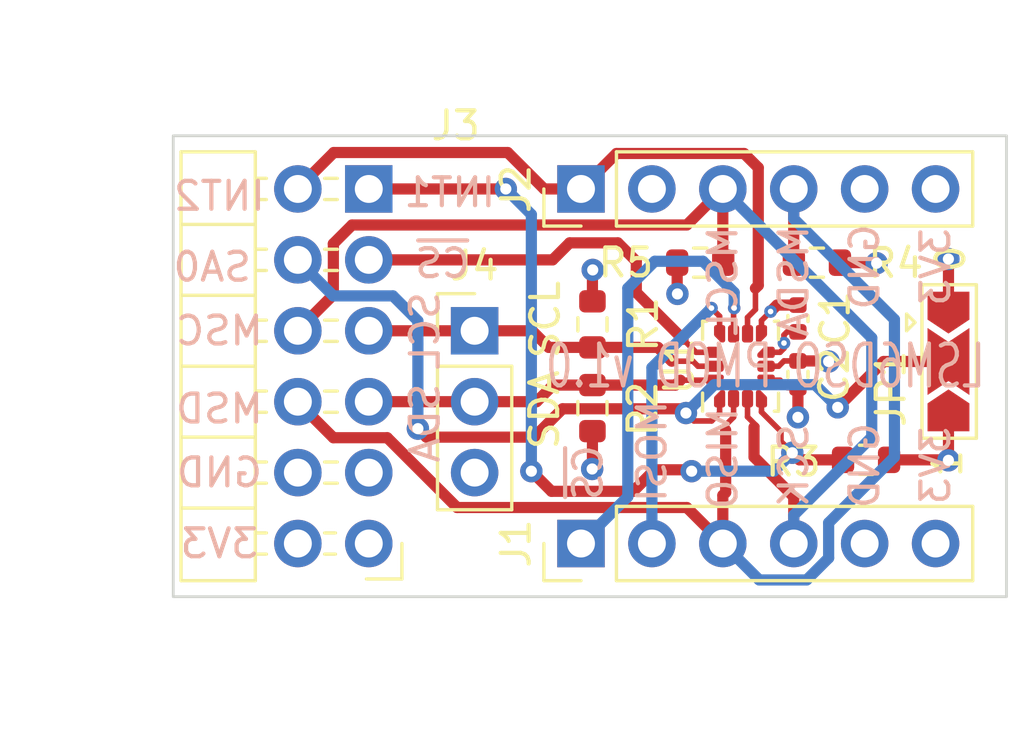
<source format=kicad_pcb>
(kicad_pcb (version 20211014) (generator pcbnew)
  (layers (0 "F.Cu" signal) (1 "In1.Cu" signal) (2 "In2.Cu" signal) (31 "B.Cu" signal) (34 "B.Paste" user) (35 "F.Paste" user) (36 "B.SilkS" user "B.Silkscreen") (37 "F.SilkS" user "F.Silkscreen") (38 "B.Mask" user) (39 "F.Mask" user) (44 "Edge.Cuts" user))
  (net 0 "")
  (net 1 "+3V3")
  (net 2 "GND")
  (net 3 "/~{AUX_CS}")
  (net 4 "/AUX_SDO")
  (net 5 "/MSDA")
  (net 6 "/MSCL")
  (net 7 "/INT2")
  (net 9 "/INT1")
  (net 10 "/~{CS}")
  (net 11 "/SCL")
  (net 12 "/SDA")
  (net 13 "/SA0")
  (footprint "Resistor_SMD:R_0603_1608Metric" (layer "F.Cu") (at 126.14 94.21 90)
    (fp_text reference "R2" (at -0.03 1.8 90) (layer "F.SilkS"))
    (fp_text value "10k")
    (fp_line (start -0.237258 0.5225) (end 0.237258 0.5225) (layer "F.SilkS") (width 0.12))
    (fp_line (start -0.237258 -0.5225) (end 0.237258 -0.5225) (layer "F.SilkS") (width 0.12))
    (pad "1" smd roundrect (at -0.825 0 90) (size 0.8 0.95) (layers "F.Cu" "F.Paste" "F.Mask") (net 1 "+3V3"))
    (pad "2" smd roundrect (at 0.825 0 90) (size 0.8 0.95) (layers "F.Cu" "F.Paste" "F.Mask") (net 12 "/SDA"))
  )
  (footprint "Capacitor_SMD:C_0402_1005Metric" (layer "F.Cu") (at 133.5 91 -90)
    (fp_text reference "C1" (at -0.01 -1.33 90) (layer "F.SilkS"))
    (fp_text value "100n")
    (fp_line (start -0.107836 0.36) (end 0.107836 0.36) (layer "F.SilkS") (width 0.12))
    (fp_line (start -0.107836 -0.36) (end 0.107836 -0.36) (layer "F.SilkS") (width 0.12))
    (pad "1" smd roundrect (at -0.48 0 270) (size 0.56 0.62) (layers "F.Cu" "F.Paste" "F.Mask") (net 1 "+3V3"))
    (pad "2" smd roundrect (at 0.48 0 270) (size 0.56 0.62) (layers "F.Cu" "F.Paste" "F.Mask") (net 2 "GND"))
  )
  (footprint "Connector_PinHeader_2.54mm:PinHeader_1x06_P2.54mm_Vertical" (layer "F.Cu") (at 125.73 99.06 90)
    (fp_text reference "J1" (at 0 -2.33 90) (layer "F.SilkS"))
    (fp_text value "Conn_01x06_Male")
    (fp_line (start -1.33 1.27) (end 1.33 1.27) (layer "F.SilkS") (width 0.12))
    (fp_line (start 1.33 1.27) (end 1.33 14.03) (layer "F.SilkS") (width 0.12))
    (fp_line (start -1.33 14.03) (end 1.33 14.03) (layer "F.SilkS") (width 0.12))
    (fp_line (start -1.33 -1.33) (end 0 -1.33) (layer "F.SilkS") (width 0.12))
    (fp_line (start -1.33 0) (end -1.33 -1.33) (layer "F.SilkS") (width 0.12))
    (fp_line (start -1.33 1.27) (end -1.33 14.03) (layer "F.SilkS") (width 0.12))
    (pad "1" thru_hole rect (at 0 0 90) (size 1.7 1.7) (drill 1) (layers *.Cu *.Mask) (net 3 "/~{AUX_CS}"))
    (pad "2" thru_hole oval (at 0 2.54 90) (size 1.7 1.7) (drill 1) (layers *.Cu *.Mask) (net 4 "/AUX_SDO"))
    (pad "3" thru_hole oval (at 0 5.08 90) (size 1.7 1.7) (drill 1) (layers *.Cu *.Mask) (net 5 "/MSDA"))
    (pad "4" thru_hole oval (at 0 7.62 90) (size 1.7 1.7) (drill 1) (layers *.Cu *.Mask) (net 6 "/MSCL"))
    (pad "5" thru_hole oval (at 0 10.16 90) (size 1.7 1.7) (drill 1) (layers *.Cu *.Mask) (net 2 "GND"))
    (pad "6" thru_hole oval (at 0 12.7 90) (size 1.7 1.7) (drill 1) (layers *.Cu *.Mask) (net 1 "+3V3"))
  )
  (footprint "Connector_PinHeader_2.54mm:PinHeader_1x06_P2.54mm_Vertical" (layer "F.Cu") (at 125.73 86.36 90)
    (fp_text reference "J2" (at 0 -2.33 90) (layer "F.SilkS"))
    (fp_text value "Conn_01x06_Male")
    (fp_line (start -1.33 1.27) (end 1.33 1.27) (layer "F.SilkS") (width 0.12))
    (fp_line (start -1.33 14.03) (end 1.33 14.03) (layer "F.SilkS") (width 0.12))
    (fp_line (start -1.33 -1.33) (end 0 -1.33) (layer "F.SilkS") (width 0.12))
    (fp_line (start -1.33 0) (end -1.33 -1.33) (layer "F.SilkS") (width 0.12))
    (fp_line (start 1.33 1.27) (end 1.33 14.03) (layer "F.SilkS") (width 0.12))
    (fp_line (start -1.33 1.27) (end -1.33 14.03) (layer "F.SilkS") (width 0.12))
    (pad "1" thru_hole rect (at 0 0 90) (size 1.7 1.7) (drill 1) (layers *.Cu *.Mask) (net 7 "/INT2"))
    (pad "2" thru_hole oval (at 0 2.54 90) (size 1.7 1.7) (drill 1) (layers *.Cu *.Mask))
    (pad "3" thru_hole oval (at 0 5.08 90) (size 1.7 1.7) (drill 1) (layers *.Cu *.Mask) (net 6 "/MSCL"))
    (pad "4" thru_hole oval (at 0 7.62 90) (size 1.7 1.7) (drill 1) (layers *.Cu *.Mask) (net 5 "/MSDA"))
    (pad "5" thru_hole oval (at 0 10.16 90) (size 1.7 1.7) (drill 1) (layers *.Cu *.Mask) (net 2 "GND"))
    (pad "6" thru_hole oval (at 0 12.7 90) (size 1.7 1.7) (drill 1) (layers *.Cu *.Mask) (net 1 "+3V3"))
  )
  (footprint "Package_LGA:LGA-14_3x2.5mm_P0.5mm_LayoutBorder3x4y" (layer "F.Cu") (at 131.445 92.71 90)
    (fp_text reference "U1" (at 0 -2.2 90) (layer "F.SilkS"))
    (fp_text value "LSM6DSO")
    (fp_line (start 0.96 1.36) (end 1.61 1.36) (layer "F.SilkS") (width 0.12))
    (fp_line (start -0.96 1.36) (end -1.61 1.36) (layer "F.SilkS") (width 0.12))
    (fp_line (start -1.61 1.36) (end -1.61 1.21) (layer "F.SilkS") (width 0.12))
    (fp_line (start 1.61 1.36) (end 1.61 1.21) (layer "F.SilkS") (width 0.12))
    (fp_line (start 0.96 -1.36) (end 1.61 -1.36) (layer "F.SilkS") (width 0.12))
    (fp_line (start 1.61 -1.36) (end 1.61 -1.21) (layer "F.SilkS") (width 0.12))
    (fp_line (start -0.96 -1.36) (end -1.61 -1.36) (layer "F.SilkS") (width 0.12))
    (pad "1" smd custom (at -1.1625 -0.75 90) (size 0.223223 0.223223) (layers "F.Cu" "F.Paste" "F.Mask") (net 13 "/SA0") (options (clearance outline) (anchor circle)) (primitives (gr_poly (pts (xy 0.2375 0.081066) (xy 0.2375 0.125) (xy -0.2375 0.125) (xy -0.2375 -0.125) (xy 0.031434 -0.125)) (width 0.15) (fill yes))))
    (pad "2" smd roundrect (at -1.1625 -0.25 90) (size 0.625 0.4) (layers "F.Cu" "F.Paste" "F.Mask") (net 5 "/MSDA"))
    (pad "3" smd roundrect (at -1.1625 0.25 90) (size 0.625 0.4) (layers "F.Cu" "F.Paste" "F.Mask") (net 6 "/MSCL"))
    (pad "4" smd custom (at -1.1625 0.75 90) (size 0.223223 0.223223) (layers "F.Cu" "F.Paste" "F.Mask") (net 9 "/INT1") (options (clearance outline) (anchor circle)) (primitives (gr_poly (pts (xy 0.2375 -0.081066) (xy 0.031434 0.125) (xy -0.2375 0.125) (xy -0.2375 -0.125) (xy 0.2375 -0.125)) (width 0.15) (fill yes))))
    (pad "5" smd custom (at -0.5 0.9125 90) (size 0.223223 0.223223) (layers "F.Cu" "F.Paste" "F.Mask") (net 1 "+3V3") (options (clearance outline) (anchor circle)) (primitives (gr_poly (pts (xy 0.125 0.2375) (xy -0.125 0.2375) (xy -0.125 -0.031434) (xy 0.081066 -0.2375) (xy 0.125 -0.2375)) (width 0.15) (fill yes))))
    (pad "6" smd roundrect (at 0 0.9125 90) (size 0.4 0.625) (layers "F.Cu" "F.Paste" "F.Mask") (net 2 "GND"))
    (pad "7" smd custom (at 0.5 0.9125 90) (size 0.223223 0.223223) (layers "F.Cu" "F.Paste" "F.Mask") (net 2 "GND") (options (clearance outline) (anchor circle)) (primitives (gr_poly (pts (xy 0.125 -0.031434) (xy 0.125 0.2375) (xy -0.125 0.2375) (xy -0.125 -0.2375) (xy -0.081066 -0.2375)) (width 0.15) (fill yes))))
    (pad "8" smd custom (at 1.1625 0.75 90) (size 0.223223 0.223223) (layers "F.Cu" "F.Paste" "F.Mask") (net 1 "+3V3") (options (clearance outline) (anchor circle)) (primitives (gr_poly (pts (xy 0.2375 0.125) (xy -0.031434 0.125) (xy -0.2375 -0.081066) (xy -0.2375 -0.125) (xy 0.2375 -0.125)) (width 0.15) (fill yes))))
    (pad "9" smd roundrect (at 1.1625 0.25 90) (size 0.625 0.4) (layers "F.Cu" "F.Paste" "F.Mask") (net 7 "/INT2"))
    (pad "10" smd roundrect (at 1.1625 -0.25 90) (size 0.625 0.4) (layers "F.Cu" "F.Paste" "F.Mask") (net 3 "/~{AUX_CS}"))
    (pad "11" smd custom (at 1.1625 -0.75 90) (size 0.223223 0.223223) (layers "F.Cu" "F.Paste" "F.Mask") (net 4 "/AUX_SDO") (options (clearance outline) (anchor circle)) (primitives (gr_poly (pts (xy 0.2375 0.125) (xy -0.2375 0.125) (xy -0.2375 0.081066) (xy -0.031434 -0.125) (xy 0.2375 -0.125)) (width 0.15) (fill yes))))
    (pad "12" smd custom (at 0.5 -0.9125 90) (size 0.223223 0.223223) (layers "F.Cu" "F.Paste" "F.Mask") (net 10 "/~{CS}") (options (clearance outline) (anchor circle)) (primitives (gr_poly (pts (xy 0.125 0.031434) (xy -0.081066 0.2375) (xy -0.125 0.2375) (xy -0.125 -0.2375) (xy 0.125 -0.2375)) (width 0.15) (fill yes))))
    (pad "13" smd roundrect (at 0 -0.9125 90) (size 0.4 0.625) (layers "F.Cu" "F.Paste" "F.Mask") (net 11 "/SCL"))
    (pad "14" smd custom (at -0.5 -0.9125 90) (size 0.223223 0.223223) (layers "F.Cu" "F.Paste" "F.Mask") (net 12 "/SDA") (options (clearance outline) (anchor circle)) (primitives (gr_poly (pts (xy 0.125 0.2375) (xy 0.081066 0.2375) (xy -0.125 0.031434) (xy -0.125 -0.2375) (xy 0.125 -0.2375)) (width 0.15) (fill yes))))
  )
  (footprint "Resistor_SMD:R_0603_1608Metric" (layer "F.Cu") (at 126.14 91.21 -90)
    (fp_text reference "R1" (at 0 -1.82 90) (layer "F.SilkS"))
    (fp_text value "10k")
    (fp_line (start -0.237258 0.5225) (end 0.237258 0.5225) (layer "F.SilkS") (width 0.12))
    (fp_line (start -0.237258 -0.5225) (end 0.237258 -0.5225) (layer "F.SilkS") (width 0.12))
    (pad "1" smd roundrect (at -0.825 0 270) (size 0.8 0.95) (layers "F.Cu" "F.Paste" "F.Mask") (net 1 "+3V3"))
    (pad "2" smd roundrect (at 0.825 0 270) (size 0.8 0.95) (layers "F.Cu" "F.Paste" "F.Mask") (net 11 "/SCL"))
  )
  (footprint "Resistor_SMD:R_0603_1608Metric" (layer "F.Cu") (at 130 89)
    (fp_text reference "R5" (at -2.66 0) (layer "F.SilkS"))
    (fp_text value "10k")
    (fp_line (start -0.237258 -0.5225) (end 0.237258 -0.5225) (layer "F.SilkS") (width 0.12))
    (fp_line (start -0.237258 0.5225) (end 0.237258 0.5225) (layer "F.SilkS") (width 0.12))
    (pad "1" smd roundrect (at -0.825 0) (size 0.8 0.95) (layers "F.Cu" "F.Paste" "F.Mask") (net 1 "+3V3"))
    (pad "2" smd roundrect (at 0.825 0) (size 0.8 0.95) (layers "F.Cu" "F.Paste" "F.Mask") (net 6 "/MSCL"))
  )
  (footprint "Resistor_SMD:R_0603_1608Metric" (layer "F.Cu") (at 134.18 89 180)
    (fp_text reference "R4" (at -2.82 -0.02) (layer "F.SilkS"))
    (fp_text value "10k")
    (fp_line (start -0.237258 -0.5225) (end 0.237258 -0.5225) (layer "F.SilkS") (width 0.12))
    (fp_line (start -0.237258 0.5225) (end 0.237258 0.5225) (layer "F.SilkS") (width 0.12))
    (pad "1" smd roundrect (at -0.825 0 180) (size 0.8 0.95) (layers "F.Cu" "F.Paste" "F.Mask") (net 1 "+3V3"))
    (pad "2" smd roundrect (at 0.825 0 180) (size 0.8 0.95) (layers "F.Cu" "F.Paste" "F.Mask") (net 5 "/MSDA"))
  )
  (footprint "Connector_PinHeader_2.54mm:PinHeader_1x03_P2.54mm_Vertical" (layer "F.Cu") (at 121.92 91.44)
    (fp_text reference "J4" (at 0 -2.33) (layer "F.SilkS"))
    (fp_text value "Conn_01x03_Male")
    (fp_line (start -1.33 6.41) (end 1.33 6.41) (layer "F.SilkS") (width 0.12))
    (fp_line (start 1.33 1.27) (end 1.33 6.41) (layer "F.SilkS") (width 0.12))
    (fp_line (start -1.33 1.27) (end -1.33 6.41) (layer "F.SilkS") (width 0.12))
    (fp_line (start -1.33 0) (end -1.33 -1.33) (layer "F.SilkS") (width 0.12))
    (fp_line (start -1.33 1.27) (end 1.33 1.27) (layer "F.SilkS") (width 0.12))
    (fp_line (start -1.33 -1.33) (end 0 -1.33) (layer "F.SilkS") (width 0.12))
    (pad "1" thru_hole rect (at 0 0) (size 1.7 1.7) (drill 1) (layers *.Cu *.Mask) (net 11 "/SCL"))
    (pad "2" thru_hole oval (at 0 2.54) (size 1.7 1.7) (drill 1) (layers *.Cu *.Mask) (net 12 "/SDA"))
    (pad "3" thru_hole oval (at 0 5.08) (size 1.7 1.7) (drill 1) (layers *.Cu *.Mask) (net 2 "GND"))
  )
  (footprint "Connector_PinHeader_2.54mm:PinHeader_2x06_P2.54mm_Horizontal" (layer "F.Cu") (at 115.589 86.36)
    (fp_text reference "J3" (at 5.655 -2.27) (layer "F.SilkS"))
    (fp_text value "Conn_02x06_Counter_Clockwise")
    (fp_line (start -1.524 11.43) (end -4.184 11.43) (layer "F.SilkS") (width 0.12))
    (fp_line (start -1.524 8.89) (end -4.184 8.89) (layer "F.SilkS") (width 0.12))
    (fp_line (start -1.126929 -0.38) (end -1.524 -0.38) (layer "F.SilkS") (width 0.12))
    (fp_line (start -1.126929 0.38) (end -1.524 0.38) (layer "F.SilkS") (width 0.12))
    (fp_line (start -4.184 14.03) (end -1.524 14.03) (layer "F.SilkS") (width 0.12))
    (fp_line (start 3.726 13.97) (end 2.456 13.97) (layer "F.SilkS") (width 0.12))
    (fp_line (start -1.126929 5.46) (end -1.524 5.46) (layer "F.SilkS") (width 0.12))
    (fp_line (start 1.346 13.08) (end 0.958929 13.08) (layer "F.SilkS") (width 0.12))
    (fp_line (start 1.413071 7.24) (end 0.958929 7.24) (layer "F.SilkS") (width 0.12))
    (fp_line (start 1.413071 10.54) (end 0.958929 10.54) (layer "F.SilkS") (width 0.12))
    (fp_line (start -1.524 6.35) (end -4.184 6.35) (layer "F.SilkS") (width 0.12))
    (fp_line (start -1.126929 2.92) (end -1.524 2.92) (layer "F.SilkS") (width 0.12))
    (fp_line (start 1.413071 2.16) (end 0.958929 2.16) (layer "F.SilkS") (width 0.12))
    (fp_line (start -1.524 -1.33) (end -4.184 -1.33) (layer "F.SilkS") (width 0.12))
    (fp_line (start -1.126929 4.7) (end -1.524 4.7) (layer "F.SilkS") (width 0.12))
    (fp_line (start 1.413071 -0.38) (end 0.958929 -0.38) (layer "F.SilkS") (width 0.12))
    (fp_line (start 1.346 12.32) (end 0.958929 12.32) (layer "F.SilkS") (width 0.12))
    (fp_line (start -1.126929 8) (end -1.524 8) (layer "F.SilkS") (width 0.12))
    (fp_line (start -1.524 3.81) (end -4.184 3.81) (layer "F.SilkS") (width 0.12))
    (fp_line (start 1.413071 2.92) (end 0.958929 2.92) (layer "F.SilkS") (width 0.12))
    (fp_line (start -4.184 -1.33) (end -4.184 14.03) (layer "F.SilkS") (width 0.12))
    (fp_line (start -1.126929 2.16) (end -1.524 2.16) (layer "F.SilkS") (width 0.12))
    (fp_line (start -1.524 14.03) (end -1.524 -1.33) (layer "F.SilkS") (width 0.12))
    (fp_line (start -1.126929 13.08) (end -1.524 13.08) (layer "F.SilkS") (width 0.12))
    (fp_line (start -1.126929 12.32) (end -1.524 12.32) (layer "F.SilkS") (width 0.12))
    (fp_line (start -1.126929 9.78) (end -1.524 9.78) (layer "F.SilkS") (width 0.12))
    (fp_line (start 1.413071 9.78) (end 0.958929 9.78) (layer "F.SilkS") (width 0.12))
    (fp_line (start 3.726 12.7) (end 3.726 13.97) (layer "F.SilkS") (width 0.12))
    (fp_line (start 1.413071 5.46) (end 0.958929 5.46) (layer "F.SilkS") (width 0.12))
    (fp_line (start 1.413071 8) (end 0.958929 8) (layer "F.SilkS") (width 0.12))
    (fp_line (start -1.524 1.27) (end -4.184 1.27) (layer "F.SilkS") (width 0.12))
    (fp_line (start -1.126929 7.24) (end -1.524 7.24) (layer "F.SilkS") (width 0.12))
    (fp_line (start 1.413071 4.7) (end 0.958929 4.7) (layer "F.SilkS") (width 0.12))
    (fp_line (start -1.126929 10.54) (end -1.524 10.54) (layer "F.SilkS") (width 0.12))
    (fp_line (start 1.413071 0.38) (end 0.958929 0.38) (layer "F.SilkS") (width 0.12))
    (pad "1" thru_hole rect (at 2.54 0) (size 1.7 1.7) (drill 1) (layers *.Cu *.Mask) (net 9 "/INT1"))
    (pad "2" thru_hole circle (at 0 0) (size 1.7 1.7) (drill 1) (layers *.Cu *.Mask) (net 7 "/INT2"))
    (pad "3" thru_hole oval (at 2.54 2.54) (size 1.7 1.7) (drill 1) (layers *.Cu *.Mask) (net 10 "/~{CS}"))
    (pad "4" thru_hole oval (at 0 2.54) (size 1.7 1.7) (drill 1) (layers *.Cu *.Mask) (net 13 "/SA0"))
    (pad "5" thru_hole oval (at 2.54 5.08) (size 1.7 1.7) (drill 1) (layers *.Cu *.Mask) (net 11 "/SCL"))
    (pad "6" thru_hole oval (at 0 5.08) (size 1.7 1.7) (drill 1) (layers *.Cu *.Mask) (net 6 "/MSCL"))
    (pad "7" thru_hole oval (at 2.54 7.62) (size 1.7 1.7) (drill 1) (layers *.Cu *.Mask) (net 12 "/SDA"))
    (pad "8" thru_hole oval (at 0 7.62) (size 1.7 1.7) (drill 1) (layers *.Cu *.Mask) (net 5 "/MSDA"))
    (pad "9" thru_hole oval (at 2.54 10.16) (size 1.7 1.7) (drill 1) (layers *.Cu *.Mask) (net 2 "GND"))
    (pad "10" thru_hole oval (at 0 10.16) (size 1.7 1.7) (drill 1) (layers *.Cu *.Mask) (net 2 "GND"))
    (pad "11" thru_hole oval (at 2.54 12.7) (size 1.7 1.7) (drill 1) (layers *.Cu *.Mask) (net 1 "+3V3"))
    (pad "12" thru_hole oval (at 0 12.7) (size 1.7 1.7) (drill 1) (layers *.Cu *.Mask) (net 1 "+3V3"))
  )
  (footprint "Jumper:SolderJumper-3_P2.0mm_Open_TrianglePad1.0x1.5mm" (layer "F.Cu") (at 138.8925 92.54 -90)
    (fp_text reference "JP1" (at 0.98 2.0625 90) (layer "F.SilkS"))
    (fp_text value "SolderJumper_3_Open")
    (fp_line (start -1.7 1.5) (end -1.1 1.5) (layer "F.SilkS") (width 0.12))
    (fp_line (start -2.75 0.95) (end -2.75 -1) (layer "F.SilkS") (width 0.12))
    (fp_line (start 2.75 -1) (end 2.75 0.95) (layer "F.SilkS") (width 0.12))
    (fp_line (start -2.75 -1) (end 2.75 -1) (layer "F.SilkS") (width 0.12))
    (fp_line (start -1.1 1.5) (end -1.4 1.2) (layer "F.SilkS") (width 0.12))
    (fp_line (start -1.4 1.2) (end -1.7 1.5) (layer "F.SilkS") (width 0.12))
    (fp_line (start 2.75 0.95) (end -2.75 0.95) (layer "F.SilkS") (width 0.12))
    (pad "1" smd custom (at -2 0 270) (size 0.3 0.3) (layers "F.Cu" "F.Mask") (net 2 "GND") (options (clearance outline) (anchor rect)) (primitives (gr_poly (pts (xy 1 0) (xy 0.5 0.75) (xy -0.5 0.75) (xy -0.5 -0.75) (xy 0.5 -0.75)) (width 0) (fill yes))))
    (pad "2" smd custom (at 0 0 270) (size 0.3 0.3) (layers "F.Cu") (net 13 "/SA0") (options (clearance outline) (anchor rect)) (primitives (gr_poly (pts (xy 0.7 0) (xy 1.2 0.75) (xy -1.2 0.75) (xy -0.7 0) (xy -1.2 -0.75) (xy 1.2 -0.75)) (width 0) (fill yes))))
    (pad "3" smd custom (at 2 0 90) (size 0.3 0.3) (layers "F.Cu" "F.Mask") (net 1 "+3V3") (options (clearance outline) (anchor rect)) (primitives (gr_poly (pts (xy 1 0) (xy 0.5 0.75) (xy -0.5 0.75) (xy -0.5 -0.75) (xy 0.5 -0.75)) (width 0) (fill yes))))
  )
  (footprint "Capacitor_SMD:C_0402_1005Metric" (layer "F.Cu") (at 133.5 93 90)
    (fp_text reference "C2" (at -0.02 1.3 90) (layer "F.SilkS"))
    (fp_text value "100n")
    (fp_line (start -0.107836 -0.36) (end 0.107836 -0.36) (layer "F.SilkS") (width 0.12))
    (fp_line (start -0.107836 0.36) (end 0.107836 0.36) (layer "F.SilkS") (width 0.12))
    (pad "1" smd roundrect (at -0.48 0 90) (size 0.56 0.62) (layers "F.Cu" "F.Paste" "F.Mask") (net 1 "+3V3"))
    (pad "2" smd roundrect (at 0.48 0 90) (size 0.56 0.62) (layers "F.Cu" "F.Paste" "F.Mask") (net 2 "GND"))
  )
  (footprint "Resistor_SMD:R_0603_1608Metric" (layer "F.Cu") (at 135.9408 96.0628 180)
    (fp_text reference "R3" (at 2.605 -0.07) (layer "F.SilkS"))
    (fp_text value "dnp")
    (fp_line (start -0.237258 0.5225) (end 0.237258 0.5225) (layer "F.SilkS") (width 0.12))
    (fp_line (start -0.237258 -0.5225) (end 0.237258 -0.5225) (layer "F.SilkS") (width 0.12))
    (pad "1" smd roundrect (at -0.825 0 180) (size 0.8 0.95) (layers "F.Cu" "F.Paste" "F.Mask") (net 1 "+3V3"))
    (pad "2" smd roundrect (at 0.825 0 180) (size 0.8 0.95) (layers "F.Cu" "F.Paste" "F.Mask") (net 9 "/INT1"))
  )
  (gr_rect (start 111.125 84.455) (end 140.97 100.965) (layer "Edge.Cuts") (width 0.1) (fill none))
  (gr_text "INT1" (at 121.031 86.487) (layer "B.SilkS") (effects (font (size 1 1)) (justify mirror)))
  (gr_text "MSD" (at 112.776 94.234) (layer "B.SilkS") (effects (font (size 1 1)) (justify mirror)))
  (gr_text "3V3" (at 138.43 89.154 90) (layer "B.SilkS") (effects (font (size 1 1)) (justify mirror)))
  (gr_text "SCL" (at 120.142 91.44 90) (layer "B.SilkS") (effects (font (size 1 1)) (justify mirror)))
  (gr_text "GND" (at 135.89 96.266 90) (layer "B.SilkS") (effects (font (size 1 1)) (justify mirror)))
  (gr_text "3V3" (at 138.43 96.266 90) (layer "B.SilkS") (effects (font (size 1 1)) (justify mirror)))
  (gr_text "MSDA" (at 133.35 89.662 90) (layer "B.SilkS") (effects (font (size 1 1)) (justify mirror)))
  (gr_text "MOSI" (at 128.27 95.758 90) (layer "B.SilkS") (effects (font (size 1 1)) (justify mirror)))
  (gr_text "GND" (at 112.776 96.52) (layer "B.SilkS") (effects (font (size 1 1)) (justify mirror)))
  (gr_text "MSC" (at 112.776 91.44) (layer "B.SilkS") (effects (font (size 1 1)) (justify mirror)))
  (gr_text "SA0" (at 112.522 89.154) (layer "B.SilkS") (effects (font (size 1 1)) (justify mirror)))
  (gr_text "SDA" (at 120.142 94.742 90) (layer "B.SilkS") (effects (font (size 1 1)) (justify mirror)))
  (gr_text "3V3" (at 112.776 99.06) (layer "B.SilkS") (effects (font (size 1 1)) (justify mirror)))
  (gr_text "~{CS}" (at 125.984 96.52 90) (layer "B.SilkS") (effects (font (size 1 1)) (justify mirror)))
  (gr_text "LSM6DSO PMOD v1.0" (at 132.334 92.71) (layer "B.SilkS") (effects (font (size 1.5 1)) (justify mirror)))
  (gr_text "INT2" (at 112.776 86.614) (layer "B.SilkS") (effects (font (size 1 1)) (justify mirror)))
  (gr_text "GND" (at 135.89 89.154 90) (layer "B.SilkS") (effects (font (size 1 1)) (justify mirror)))
  (gr_text "MSCL" (at 130.81 89.662 90) (layer "B.SilkS") (effects (font (size 1 1)) (justify mirror)))
  (gr_text "~{CS}" (at 120.777 89.027) (layer "B.SilkS") (effects (font (size 1 1)) (justify mirror)))
  (gr_text "MISO" (at 130.81 96.012 90) (layer "B.SilkS") (effects (font (size 1 1)) (justify mirror)))
  (gr_text "SCK" (at 133.35 96.266 90) (layer "B.SilkS") (effects (font (size 1 1)) (justify mirror)))
  (gr_text "SDA" (at 124.42 94.27 90) (layer "F.SilkS") (effects (font (size 1 1))))
  (gr_text "1" (at 138.86 96.19 90) (layer "F.SilkS") (effects (font (size 1 1))))
  (gr_text "0" (at 138.97 88.86 90) (layer "F.SilkS") (effects (font (size 1 1))))
  (gr_text "SCL" (at 124.45 91.04 90) (layer "F.SilkS") (effects (font (size 1 1))))
  (segment (start 138.8925 94.54) (end 138.8925 96.0775) (width 0.4) (layer "F.Cu") (net 1))
  (segment (start 132.195 91.075) (end 132.52 90.75) (width 0.2) (layer "F.Cu") (net 1))
  (segment (start 132.3575 93.21) (end 132.86 93.21) (width 0.2) (layer "F.Cu") (net 1))
  (segment (start 138.8728 96.0628) (end 138.89 96.08) (width 0.4) (layer "F.Cu") (net 1))
  (segment (start 135.005 89) (end 136.3 89) (width 0.4) (layer "F.Cu") (net 1))
  (segment (start 133.5 90.52) (end 132.75 90.52) (width 0.4) (layer "F.Cu") (net 1))
  (segment (start 136.3 89) (end 136.32 89.02) (width 0.4) (layer "F.Cu") (net 1))
  (segment (start 132.195 91.5475) (end 132.195 91.075) (width 0.2) (layer "F.Cu") (net 1))
  (segment (start 129.175 89) (end 129.175 90.1098) (width 0.4) (layer "F.Cu") (net 1))
  (segment (start 132.86 93.21) (end 133.13 93.48) (width 0.2) (layer "F.Cu") (net 1))
  (segment (start 136.7658 96.0628) (end 138.8728 96.0628) (width 0.4) (layer "F.Cu") (net 1))
  (segment (start 126.14 89.27) (end 126.15 89.26) (width 0.4) (layer "F.Cu") (net 1))
  (segment (start 126.14 90.385) (end 126.14 89.27) (width 0.4) (layer "F.Cu") (net 1))
  (segment (start 132.75 90.52) (end 132.52 90.75) (width 0.4) (layer "F.Cu") (net 1))
  (segment (start 133.13 93.48) (end 133.5 93.48) (width 0.2) (layer "F.Cu") (net 1))
  (segment (start 138.8925 96.0775) (end 138.89 96.08) (width 0.4) (layer "F.Cu") (net 1))
  (segment (start 126.14 95.035) (end 126.14 96.38) (width 0.4) (layer "F.Cu") (net 1))
  (segment (start 129.175 90.1098) (end 129.1844 90.1192) (width 0.4) (layer "F.Cu") (net 1))
  (segment (start 133.5 93.48) (end 133.5 94.54) (width 0.4) (layer "F.Cu") (net 1))
  (segment (start 126.14 96.38) (end 126.13 96.39) (width 0.4) (layer "F.Cu") (net 1))
  (via (at 126.15 89.26) (size 0.8) (drill 0.4) (layers "F.Cu" "B.Cu") (net 1))
  (via (at 126.13 96.39) (size 0.8) (drill 0.4) (layers "F.Cu" "B.Cu") (net 1))
  (via (at 138.89 96.08) (size 0.8) (drill 0.4) (layers "F.Cu" "B.Cu") (net 1))
  (via (at 132.52 90.75) (size 0.45) (drill 0.2) (layers "F.Cu" "B.Cu") (net 1))
  (via (at 136.32 89.02) (size 0.8) (drill 0.4) (layers "F.Cu" "B.Cu") (net 1))
  (via (at 133.5 94.54) (size 0.8) (drill 0.4) (layers "F.Cu" "B.Cu") (net 1))
  (via (at 129.1844 90.1192) (size 0.8) (drill 0.4) (layers "F.Cu" "B.Cu") (net 1))
  (segment (start 132.81 92.71) (end 133 92.52) (width 0.2) (layer "F.Cu") (net 2))
  (segment (start 133 91.88) (end 133 91.59) (width 0.2) (layer "F.Cu") (net 2))
  (segment (start 133 92.07) (end 133 91.88) (width 0.2) (layer "F.Cu") (net 2))
  (segment (start 132.3575 92.71) (end 132.81 92.71) (width 0.2) (layer "F.Cu") (net 2))
  (segment (start 133 92.52) (end 133.5 92.52) (width 0.2) (layer "F.Cu") (net 2))
  (segment (start 132.86 92.21) (end 133 92.07) (width 0.2) (layer "F.Cu") (net 2))
  (segment (start 133 91.59) (end 133.11 91.48) (width 0.2) (layer "F.Cu") (net 2))
  (segment (start 138.8925 88.8725) (end 138.89 88.87) (width 0.4) (layer "F.Cu") (net 2))
  (segment (start 132.3575 92.21) (end 132.86 92.21) (width 0.2) (layer "F.Cu") (net 2))
  (segment (start 138.8925 90.54) (end 138.8925 88.8725) (width 0.4) (layer "F.Cu") (net 2))
  (segment (start 133.11 91.48) (end 133.5 91.48) (width 0.2) (layer "F.Cu") (net 2))
  (segment (start 133.5 92.52) (end 134.58 92.52) (width 0.4) (layer "F.Cu") (net 2))
  (segment (start 134.58 92.52) (end 134.6 92.54) (width 0.4) (layer "F.Cu") (net 2))
  (via (at 134.6 92.54) (size 0.8) (drill 0.4) (layers "F.Cu" "B.Cu") (net 2))
  (via (at 133 91.88) (size 0.45) (drill 0.2) (layers "F.Cu" "B.Cu") (net 2))
  (via (at 138.89 88.87) (size 0.8) (drill 0.4) (layers "F.Cu" "B.Cu") (net 2))
  (segment (start 131.2164 90.6272) (end 131.195 90.6486) (width 0.2) (layer "F.Cu") (net 3))
  (segment (start 131.195 90.6486) (end 131.195 91.5475) (width 0.2) (layer "F.Cu") (net 3))
  (via (at 131.2164 90.6272) (size 0.45) (drill 0.2) (layers "F.Cu" "B.Cu") (net 3))
  (segment (start 127.4064 97.3836) (end 127.4064 89.916) (width 0.4) (layer "B.Cu") (net 3))
  (segment (start 125.73 99.06) (end 127.4064 97.3836) (width 0.4) (layer "B.Cu") (net 3))
  (segment (start 128.3716 88.9508) (end 130.0988 88.9508) (width 0.4) (layer "B.Cu") (net 3))
  (segment (start 131.2164 90.0684) (end 131.2164 90.6272) (width 0.4) (layer "B.Cu") (net 3))
  (segment (start 130.0988 88.9508) (end 131.2164 90.0684) (width 0.4) (layer "B.Cu") (net 3))
  (segment (start 127.4064 89.916) (end 128.3716 88.9508) (width 0.4) (layer "B.Cu") (net 3))
  (segment (start 130.4036 90.6272) (end 130.695 90.9186) (width 0.2) (layer "F.Cu") (net 4))
  (segment (start 130.695 90.9186) (end 130.695 91.5475) (width 0.2) (layer "F.Cu") (net 4))
  (via (at 130.4036 90.6272) (size 0.45) (drill 0.2) (layers "F.Cu" "B.Cu") (net 4))
  (segment (start 128.27 92.7608) (end 130.4036 90.6272) (width 0.4) (layer "B.Cu") (net 4))
  (segment (start 128.27 99.06) (end 128.27 92.7608) (width 0.4) (layer "B.Cu") (net 4))
  (segment (start 133.35 88.995) (end 133.355 89) (width 0.4) (layer "F.Cu") (net 5))
  (segment (start 130.9116 97.2312) (end 130.9116 94.996) (width 0.4) (layer "F.Cu") (net 5))
  (segment (start 131.195 94.535) (end 130.81 94.92) (width 0.2) (layer "F.Cu") (net 5))
  (segment (start 130.9116 97.2312) (end 130.81 97.3328) (width 0.4) (layer "F.Cu") (net 5))
  (segment (start 130.81 97.3328) (end 130.81 99.06) (width 0.4) (layer "F.Cu") (net 5))
  (segment (start 131.195 93.8725) (end 131.195 94.535) (width 0.2) (layer "F.Cu") (net 5))
  (segment (start 116.86 95.27) (end 118.7904 95.27) (width 0.4) (layer "F.Cu") (net 5))
  (segment (start 129.52 97.77) (end 130.81 99.06) (width 0.4) (layer "F.Cu") (net 5))
  (segment (start 133.35 86.36) (end 133.35 88.995) (width 0.4) (layer "F.Cu") (net 5))
  (segment (start 121.2904 97.77) (end 129.52 97.77) (width 0.4) (layer "F.Cu") (net 5))
  (segment (start 118.7904 95.27) (end 121.2904 97.77) (width 0.4) (layer "F.Cu") (net 5))
  (segment (start 115.57 93.98) (end 116.86 95.27) (width 0.4) (layer "F.Cu") (net 5))
  (segment (start 133.35 86.36) (end 133.35 87.4268) (width 0.4) (layer "B.Cu") (net 5))
  (segment (start 134.6 98.318) (end 134.6 99.577767) (width 0.4) (layer "B.Cu") (net 5))
  (segment (start 134.6 99.577767) (end 133.812767 100.365) (width 0.4) (layer "B.Cu") (net 5))
  (segment (start 132.115 100.365) (end 130.81 99.06) (width 0.4) (layer "B.Cu") (net 5))
  (segment (start 136.9568 91.0336) (end 136.9568 95.9612) (width 0.4) (layer "B.Cu") (net 5))
  (segment (start 133.812767 100.365) (end 132.115 100.365) (width 0.4) (layer "B.Cu") (net 5))
  (segment (start 133.35 87.4268) (end 136.9568 91.0336) (width 0.4) (layer "B.Cu") (net 5))
  (segment (start 136.9568 95.9612) (end 134.6 98.318) (width 0.4) (layer "B.Cu") (net 5))
  (segment (start 116.86 88.3212) (end 117.5312 87.65) (width 0.4) (layer "F.Cu") (net 6))
  (segment (start 133.35 97.3836) (end 131.9276 95.9612) (width 0.4) (layer "F.Cu") (net 6))
  (segment (start 131.695 93.8725) (end 131.695 94.525) (width 0.2) (layer "F.Cu") (net 6))
  (segment (start 131.9276 95.9612) (end 131.9276 94.8944) (width 0.4) (layer "F.Cu") (net 6))
  (segment (start 131.695 94.525) (end 132.03 94.86) (width 0.2) (layer "F.Cu") (net 6))
  (segment (start 116.86 90.15) (end 116.86 88.3212) (width 0.4) (layer "F.Cu") (net 6))
  (segment (start 129.52 87.65) (end 130.81 86.36) (width 0.4) (layer "F.Cu") (net 6))
  (segment (start 133.35 99.06) (end 133.35 97.3836) (width 0.4) (layer "F.Cu") (net 6))
  (segment (start 117.5312 87.65) (end 129.52 87.65) (width 0.4) (layer "F.Cu") (net 6))
  (segment (start 130.81 86.36) (end 130.81 88.985) (width 0.4) (layer "F.Cu") (net 6))
  (segment (start 130.81 88.985) (end 130.825 89) (width 0.4) (layer "F.Cu") (net 6))
  (segment (start 115.57 91.44) (end 116.86 90.15) (width 0.4) (layer "F.Cu") (net 6))
  (segment (start 136.144 95.25) (end 136.144 91.694) (width 0.4) (layer "B.Cu") (net 6))
  (segment (start 133.35 99.06) (end 133.35 98.044) (width 0.4) (layer "B.Cu") (net 6))
  (segment (start 136.144 91.694) (end 130.81 86.36) (width 0.4) (layer "B.Cu") (net 6))
  (segment (start 133.35 98.044) (end 136.144 95.25) (width 0.4) (layer "B.Cu") (net 6))
  (segment (start 124.41 86.36) (end 125.73 86.36) (width 0.4) (layer "F.Cu") (net 7))
  (segment (start 131.695 90.9614) (end 131.9784 90.678) (width 0.2) (layer "F.Cu") (net 7))
  (segment (start 131.9784 90.678) (end 131.9784 89.916) (width 0.2) (layer "F.Cu") (net 7))
  (segment (start 131.572 85.09) (end 132.08 85.598) (width 0.4) (layer "F.Cu") (net 7))
  (segment (start 131.695 91.5475) (end 131.695 90.9614) (width 0.2) (layer "F.Cu") (net 7))
  (segment (start 127 85.09) (end 131.572 85.09) (width 0.4) (layer "F.Cu") (net 7))
  (segment (start 115.57 86.36) (end 116.875 85.055) (width 0.4) (layer "F.Cu") (net 7))
  (segment (start 123.105 85.055) (end 124.41 86.36) (width 0.4) (layer "F.Cu") (net 7))
  (segment (start 125.73 86.36) (end 127 85.09) (width 0.4) (layer "F.Cu") (net 7))
  (segment (start 132.08 89.8144) (end 131.9784 89.916) (width 0.4) (layer "F.Cu") (net 7))
  (segment (start 132.08 85.598) (end 132.08 89.8144) (width 0.4) (layer "F.Cu") (net 7))
  (segment (start 116.875 85.055) (end 123.105 85.055) (width 0.4) (layer "F.Cu") (net 7))
  (segment (start 124.6728 97.19) (end 127.6 97.19) (width 0.4) (layer "F.Cu") (net 9))
  (segment (start 133.5532 96.0628) (end 133.2992 95.8088) (width 0.4) (layer "F.Cu") (net 9))
  (segment (start 118.11 86.36) (end 123.0376 86.36) (width 0.4) (layer "F.Cu") (net 9))
  (segment (start 132.195 93.8725) (end 132.195 94.349) (width 0.2) (layer "F.Cu") (net 9))
  (segment (start 132.8928 95.0468) (end 132.8928 95.4024) (width 0.2) (layer "F.Cu") (net 9))
  (segment (start 132.195 94.349) (end 132.8928 95.0468) (width 0.2) (layer "F.Cu") (net 9))
  (segment (start 127.6 97.19) (end 128.3716 96.4184) (width 0.4) (layer "F.Cu") (net 9))
  (segment (start 123.952 96.4692) (end 124.6728 97.19) (width 0.4) (layer "F.Cu") (net 9))
  (segment (start 128.3716 96.4184) (end 129.6416 96.4184) (width 0.4) (layer "F.Cu") (net 9))
  (segment (start 129.6416 96.4184) (end 129.6924 96.4692) (width 0.4) (layer "F.Cu") (net 9))
  (segment (start 135.1158 96.0628) (end 133.5532 96.0628) (width 0.4) (layer "F.Cu") (net 9))
  (segment (start 132.8928 95.4024) (end 133.2992 95.8088) (width 0.2) (layer "F.Cu") (net 9))
  (via (at 123.952 96.4692) (size 0.8) (drill 0.4) (layers "F.Cu" "B.Cu") (net 9))
  (via (at 133.2992 95.8088) (size 0.8) (drill 0.4) (layers "F.Cu" "B.Cu") (net 9))
  (via (at 129.6924 96.4692) (size 0.8) (drill 0.4) (layers "F.Cu" "B.Cu") (net 9))
  (via (at 123.0376 86.36) (size 0.8) (drill 0.4) (layers "F.Cu" "B.Cu") (net 9))
  (segment (start 123.0376 86.36) (end 123.952 87.2744) (width 0.4) (layer "B.Cu") (net 9))
  (segment (start 132.6388 96.4692) (end 133.2992 95.8088) (width 0.4) (layer "B.Cu") (net 9))
  (segment (start 129.6924 96.4692) (end 132.6388 96.4692) (width 0.4) (layer "B.Cu") (net 9))
  (segment (start 123.952 87.2744) (end 123.952 96.4692) (width 0.4) (layer "B.Cu") (net 9))
  (segment (start 118.11 88.9) (end 124.714 88.9) (width 0.4) (layer "F.Cu") (net 10))
  (segment (start 127.7112 88.9508) (end 127.7112 90.0684) (width 0.4) (layer "F.Cu") (net 10))
  (segment (start 129.8528 92.21) (end 129.3876 91.7448) (width 0.2) (layer "F.Cu") (net 10))
  (segment (start 124.714 88.9) (end 125.3236 88.2904) (width 0.4) (layer "F.Cu") (net 10))
  (segment (start 125.3236 88.2904) (end 127.0508 88.2904) (width 0.4) (layer "F.Cu") (net 10))
  (segment (start 127.7112 90.0684) (end 129.3876 91.7448) (width 0.4) (layer "F.Cu") (net 10))
  (segment (start 130.5325 92.21) (end 129.8528 92.21) (width 0.2) (layer "F.Cu") (net 10))
  (segment (start 127.0508 88.2904) (end 127.7112 88.9508) (width 0.4) (layer "F.Cu") (net 10))
  (segment (start 130.5325 92.71) (end 129.92 92.71) (width 0.2) (layer "F.Cu") (net 11))
  (segment (start 121.92 91.44) (end 123.98 91.44) (width 0.4) (layer "F.Cu") (net 11))
  (segment (start 126.14 92.035) (end 128.485 92.035) (width 0.4) (layer "F.Cu") (net 11))
  (segment (start 129.74 92.53) (end 128.98 92.53) (width 0.2) (layer "F.Cu") (net 11))
  (segment (start 129.92 92.71) (end 129.74 92.53) (width 0.2) (layer "F.Cu") (net 11))
  (segment (start 123.98 91.44) (end 124.575 92.035) (width 0.4) (layer "F.Cu") (net 11))
  (segment (start 128.485 92.035) (end 128.98 92.53) (width 0.4) (layer "F.Cu") (net 11))
  (segment (start 124.575 92.035) (end 126.14 92.035) (width 0.4) (layer "F.Cu") (net 11))
  (segment (start 118.11 91.44) (end 121.92 91.44) (width 0.4) (layer "F.Cu") (net 11))
  (segment (start 124.735 93.385) (end 126.14 93.385) (width 0.4) (layer "F.Cu") (net 12))
  (segment (start 129.115 93.385) (end 129.29 93.21) (width 0.4) (layer "F.Cu") (net 12))
  (segment (start 126.14 93.385) (end 129.115 93.385) (width 0.4) (layer "F.Cu") (net 12))
  (segment (start 124.14 93.98) (end 124.735 93.385) (width 0.4) (layer "F.Cu") (net 12))
  (segment (start 130.5325 93.21) (end 129.29 93.21) (width 0.2) (layer "F.Cu") (net 12))
  (segment (start 121.92 93.98) (end 124.14 93.98) (width 0.4) (layer "F.Cu") (net 12))
  (segment (start 118.11 93.98) (end 121.92 93.98) (width 0.4) (layer "F.Cu") (net 12))
  (segment (start 124.0536 95.25) (end 125.0696 94.234) (width 0.4) (layer "F.Cu") (net 13))
  (segment (start 120.1928 95.25) (end 124.0536 95.25) (width 0.4) (layer "F.Cu") (net 13))
  (segment (start 129.3876 94.234) (end 129.4892 94.3356) (width 0.4) (layer "F.Cu") (net 13))
  (segment (start 130.695 93.8725) (end 130.695 94.385) (width 0.2) (layer "F.Cu") (net 13))
  (segment (start 136.568 92.54) (end 134.9248 94.1832) (width 0.4) (layer "F.Cu") (net 13))
  (segment (start 129.7728 94.67) (end 129.4892 94.3864) (width 0.2) (layer "F.Cu") (net 13))
  (segment (start 125.0696 94.234) (end 129.3876 94.234) (width 0.4) (layer "F.Cu") (net 13))
  (segment (start 129.4892 94.3356) (end 129.4892 94.3864) (width 0.4) (layer "F.Cu") (net 13))
  (segment (start 138.8925 92.54) (end 136.568 92.54) (width 0.4) (layer "F.Cu") (net 13))
  (segment (start 130.695 94.385) (end 130.41 94.67) (width 0.2) (layer "F.Cu") (net 13))
  (segment (start 119.888 94.9452) (end 120.1928 95.25) (width 0.4) (layer "F.Cu") (net 13))
  (segment (start 130.41 94.67) (end 129.7728 94.67) (width 0.2) (layer "F.Cu") (net 13))
  (via (at 134.9248 94.1832) (size 0.8) (drill 0.4) (layers "F.Cu" "B.Cu") (net 13))
  (via (at 129.4892 94.3864) (size 0.8) (drill 0.4) (layers "F.Cu" "B.Cu") (net 13))
  (via (at 119.888 94.9452) (size 0.8) (drill 0.4) (layers "F.Cu" "B.Cu") (net 13))
  (segment (start 119.888 91.908) (end 119.888 94.9452) (width 0.4) (layer "B.Cu") (net 13))
  (segment (start 118.9936 90.19) (end 119.888 91.0844) (width 0.4) (layer "B.Cu") (net 13))
  (segment (start 129.4892 94.3864) (end 130.5052 93.3704) (width 0.4) (layer "B.Cu") (net 13))
  (segment (start 116.86 90.19) (end 118.9936 90.19) (width 0.4) (layer "B.Cu") (net 13))
  (segment (start 119.888 91.0844) (end 119.888 91.908) (width 0.4) (layer "B.Cu") (net 13))
  (segment (start 115.57 88.9) (end 116.86 90.19) (width 0.4) (layer "B.Cu") (net 13))
  (segment (start 130.5052 93.3704) (end 134.112 93.3704) (width 0.4) (layer "B.Cu") (net 13))
  (segment (start 134.112 93.3704) (end 134.9248 94.1832) (width 0.4) (layer "B.Cu") (net 13))
)
</source>
